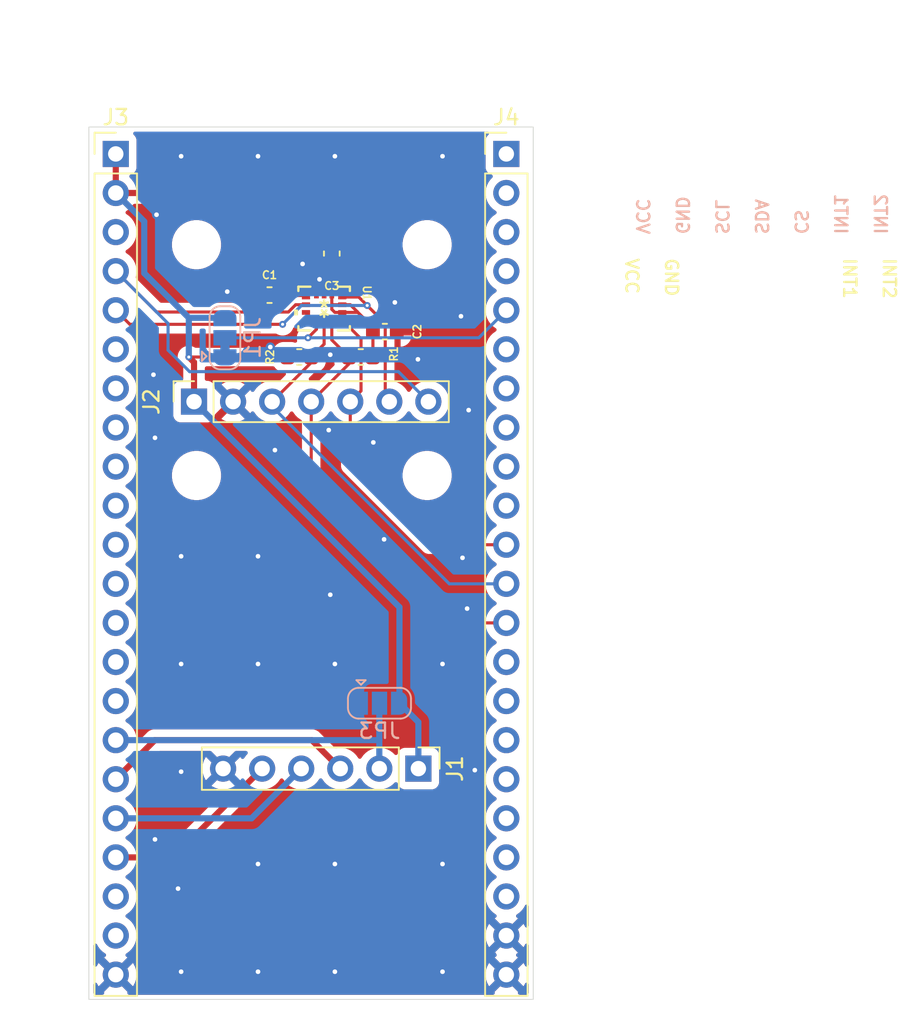
<source format=kicad_pcb>
(kicad_pcb (version 20241229) (generator "pcbnew") (generator_version "9.0")
  (layers (0 "F.Cu" signal) (2 "B.Cu" power) (13 "F.Paste" user) (15 "B.Paste" user) (5 "F.SilkS" user "F.Silkscreen") (7 "B.SilkS" user "B.Silkscreen") (1 "F.Mask" user) (3 "B.Mask" user) (25 "Edge.Cuts" user))
  (net 0 "")
  (net 1 "GND")
  (net 2 "VCC")
  (net 3 "CS")
  (net 5 "MISO-SDCARD")
  (net 6 "INT2")
  (net 7 "INT1")
  (net 9 "CS-SDCARD")
  (net 10 "MOSI-SDCARD")
  (net 11 "CLK-SDCARD")
  (net 26 "SA0{slash}MISO")
  (net 31 "SDA{slash}MOSI")
  (net 37 "SCL{slash}CLK")
  (footprint "asm330:LGA-14L_2P5X3X0P83_STM" (layer "F.Cu") (at 136.3 44.9 180)
    (property "Reference" "U1" (at -2.784449 1.000001 270) (layer "F.SilkS") (effects (font (size 0.5 0.5) (thickness 0.1) (bold yes))))
    (property "Value" "ASM330LHH")
    (fp_line (start 1.6764 1.4224) (end 1.6764 1.144182) (stroke (width 0.1524)) (layer "F.SilkS"))
    (fp_line (start 1.6764 -1.144182) (end 1.6764 -1.4224) (stroke (width 0.1524)) (layer "F.SilkS"))
    (fp_line (start 1.6764 -1.4224) (end 0.89418 -1.4224) (stroke (width 0.1524)) (layer "F.SilkS"))
    (fp_line (start 0.89418 1.4224) (end 1.6764 1.4224) (stroke (width 0.1524)) (layer "F.SilkS"))
    (fp_line (start -0.89418 -1.4224) (end -1.6764 -1.4224) (stroke (width 0.1524)) (layer "F.SilkS"))
    (fp_line (start -1.6764 1.4224) (end -0.89418 1.4224) (stroke (width 0.1524)) (layer "F.SilkS"))
    (fp_line (start -1.6764 1.144182) (end -1.6764 1.4224) (stroke (width 0.1524)) (layer "F.SilkS"))
    (fp_line (start -1.6764 -1.4224) (end -1.6764 -1.144182) (stroke (width 0.1524)) (layer "F.SilkS"))
    (fp_poly (pts (xy 1.9558 -0.4405) (xy 1.9558 -0.059499) (xy 1.7018 -0.059499) (xy 1.7018 -0.4405)) (fill yes) (layer "F.SilkS"))
    (fp_text user "*" (at 0 0 180) (layer "F.SilkS"))
    (fp_text user "*" (at 0 0 0) (layer "F.SilkS"))
    (pad "1" smd rect (at -1.1811 -0.750001 270) (size 0.3048 0.5334) (layers "F.Cu" "F.Mask" "F.Paste") (net 26 "SA0{slash}MISO"))
    (pad "2" smd rect (at -1.1811 -0.25 270) (size 0.3048 0.5334) (layers "F.Cu" "F.Mask" "F.Paste") (net 2 "VCC"))
    (pad "3" smd rect (at -1.1811 0.25 270) (size 0.3048 0.5334) (layers "F.Cu" "F.Mask" "F.Paste") (net 2 "VCC"))
    (pad "4" smd rect (at -1.1811 0.750001 270) (size 0.3048 0.5334) (layers "F.Cu" "F.Mask" "F.Paste") (net 7 "INT1"))
    (pad "5" smd rect (at -0.499999 0.9271 180) (size 0.3048 0.5334) (layers "F.Cu" "F.Mask" "F.Paste") (net 2 "VCC"))
    (pad "6" smd rect (at 0 0.9271 180) (size 0.3048 0.5334) (layers "F.Cu" "F.Mask" "F.Paste") (net 1 "GND"))
    (pad "7" smd rect (at 0.499999 0.9271 180) (size 0.3048 0.5334) (layers "F.Cu" "F.Mask" "F.Paste") (net 1 "GND"))
    (pad "8" smd rect (at 1.1811 0.750001 270) (size 0.3048 0.5334) (layers "F.Cu" "F.Mask" "F.Paste") (net 2 "VCC"))
    (pad "9" smd rect (at 1.1811 0.25 270) (size 0.3048 0.5334) (layers "F.Cu" "F.Mask" "F.Paste") (net 6 "INT2"))
    (pad "10" smd rect (at 1.1811 -0.25 270) (size 0.3048 0.5334) (layers "F.Cu" "F.Mask" "F.Paste"))
    (pad "11" smd rect (at 1.1811 -0.750001 270) (size 0.3048 0.5334) (layers "F.Cu" "F.Mask" "F.Paste"))
    (pad "12" smd rect (at 0.499999 -0.9271 180) (size 0.3048 0.5334) (layers "F.Cu" "F.Mask" "F.Paste") (net 3 "CS"))
    (pad "13" smd rect (at 0 -0.9271 180) (size 0.3048 0.5334) (layers "F.Cu" "F.Mask" "F.Paste") (net 37 "SCL{slash}CLK"))
    (pad "14" smd rect (at -0.499999 -0.9271 180) (size 0.3048 0.5334) (layers "F.Cu" "F.Mask" "F.Paste") (net 31 "SDA{slash}MOSI"))
  )
  (footprint "Connector_PinSocket_2.54mm:PinSocket_1x07_P2.54mm_Vertical" (layer "F.Cu") (at 127.84 50.95 90)
    (property "Reference" "J2" (at 0 -2.77 90) (layer "F.SilkS"))
    (property "Value" "Conn_01x07_Pin")
    (fp_line (start 1.33 -1.33) (end 1.33 0) (stroke (width 0.12)) (layer "F.SilkS"))
    (fp_line (start 0 -1.33) (end 1.33 -1.33) (stroke (width 0.12)) (layer "F.SilkS"))
    (fp_line (start 1.33 1.27) (end 1.33 16.57) (stroke (width 0.12)) (layer "F.SilkS"))
    (fp_line (start -1.33 1.27) (end 1.33 1.27) (stroke (width 0.12)) (layer "F.SilkS"))
    (fp_line (start -1.33 1.27) (end -1.33 16.57) (stroke (width 0.12)) (layer "F.SilkS"))
    (fp_line (start -1.33 16.57) (end 1.33 16.57) (stroke (width 0.12)) (layer "F.SilkS"))
    (pad "1" thru_hole rect (at 0 0 90) (size 1.7 1.7) (drill 1) (layers "*.Cu" "*.Mask") (net 2 "VCC"))
    (pad "2" thru_hole circle (at 0 2.54 90) (size 1.7 1.7) (drill 1) (layers "*.Cu" "*.Mask") (net 1 "GND"))
    (pad "3" thru_hole circle (at 0 5.08 90) (size 1.7 1.7) (drill 1) (layers "*.Cu" "*.Mask") (net 37 "SCL{slash}CLK"))
    (pad "4" thru_hole circle (at 0 7.62 90) (size 1.7 1.7) (drill 1) (layers "*.Cu" "*.Mask") (net 31 "SDA{slash}MOSI"))
    (pad "5" thru_hole circle (at 0 10.16 90) (size 1.7 1.7) (drill 1) (layers "*.Cu" "*.Mask") (net 26 "SA0{slash}MISO"))
    (pad "6" thru_hole circle (at 0 12.7 90) (size 1.7 1.7) (drill 1) (layers "*.Cu" "*.Mask") (net 7 "INT1"))
    (pad "7" thru_hole circle (at 0 15.24 90) (size 1.7 1.7) (drill 1) (layers "*.Cu" "*.Mask") (net 6 "INT2"))
  )
  (footprint "Capacitor_SMD:C_0603_1608Metric" (layer "F.Cu") (at 136.8 41.325 90)
    (property "Reference" "C3" (at -2.1 0 0) (layer "F.SilkS") (effects (font (size 0.5 0.5) (thickness 0.1) (bold yes))))
    (property "Value" "100nF")
    (fp_line (start -0.14058 -0.51) (end 0.14058 -0.51) (stroke (width 0.12)) (layer "F.SilkS"))
    (fp_line (start -0.14058 0.51) (end 0.14058 0.51) (stroke (width 0.12)) (layer "F.SilkS"))
    (pad "1" smd roundrect (at -0.775 0 90) (size 0.9 0.95) (layers "F.Cu" "F.Mask" "F.Paste") (net 2 "VCC"))
    (pad "2" smd roundrect (at 0.775 0 90) (size 0.9 0.95) (layers "F.Cu" "F.Mask" "F.Paste") (net 1 "GND"))
  )
  (footprint "MountingHole:MountingHole_2.7mm" (layer "F.Cu") (at 143 40.75)
    (property "Reference" "H1" (hide yes))
    (property "Value" "MountingHole")
    (pad "" np_thru_hole circle (at 0 0) (size 2.7 2.7) (drill 2.7) (layers "*.Cu" "*.Mask"))
  )
  (footprint "MountingHole:MountingHole_2.7mm" (layer "F.Cu") (at 128 40.75)
    (property "Reference" "H3" (hide yes))
    (property "Value" "MountingHole")
    (pad "" np_thru_hole circle (at 0 0) (size 2.7 2.7) (drill 2.7) (layers "*.Cu" "*.Mask"))
  )
  (footprint "MountingHole:MountingHole_2.7mm" (layer "F.Cu") (at 128 55.75)
    (property "Reference" "H2" (hide yes))
    (property "Value" "MountingHole")
    (pad "" np_thru_hole circle (at 0 0) (size 2.7 2.7) (drill 2.7) (layers "*.Cu" "*.Mask"))
  )
  (footprint "Capacitor_SMD:C_0603_1608Metric" (layer "F.Cu") (at 140.25 46.4)
    (property "Reference" "C2" (at 2.109449 -0.000001 90) (layer "F.SilkS") (effects (font (size 0.5 0.5) (thickness 0.1) (bold yes))))
    (property "Value" "10uF")
    (fp_line (start -0.14058 -0.51) (end 0.14058 -0.51) (stroke (width 0.12)) (layer "F.SilkS"))
    (fp_line (start -0.14058 0.51) (end 0.14058 0.51) (stroke (width 0.12)) (layer "F.SilkS"))
    (pad "1" smd roundrect (at -0.775 0) (size 0.9 0.95) (layers "F.Cu" "F.Mask" "F.Paste") (net 2 "VCC"))
    (pad "2" smd roundrect (at 0.775 0) (size 0.9 0.95) (layers "F.Cu" "F.Mask" "F.Paste") (net 1 "GND"))
  )
  (footprint "Connector_PinHeader_2.54mm:PinHeader_1x06_P2.54mm_Vertical" (layer "F.Cu") (at 142.43 74.8 -90)
    (property "Reference" "J1" (at 0 -2.38 90) (layer "F.SilkS"))
    (property "Value" "Conn_01x06_Pin")
    (fp_line (start -1.38 14.08) (end 1.38 14.08) (stroke (width 0.12)) (layer "F.SilkS"))
    (fp_line (start -1.38 1.27) (end -1.38 14.08) (stroke (width 0.12)) (layer "F.SilkS"))
    (fp_line (start -1.38 1.27) (end 1.38 1.27) (stroke (width 0.12)) (layer "F.SilkS"))
    (fp_line (start 1.38 1.27) (end 1.38 14.08) (stroke (width 0.12)) (layer "F.SilkS"))
    (fp_line (start -1.38 0) (end -1.38 -1.38) (stroke (width 0.12)) (layer "F.SilkS"))
    (fp_line (start -1.38 -1.38) (end 0 -1.38) (stroke (width 0.12)) (layer "F.SilkS"))
    (pad "1" thru_hole rect (at 0 0 270) (size 1.7 1.7) (drill 1) (layers "*.Cu" "*.Mask") (net 2 "VCC"))
    (pad "2" thru_hole circle (at 0 2.54 270) (size 1.7 1.7) (drill 1) (layers "*.Cu" "*.Mask") (net 9 "CS-SDCARD"))
    (pad "3" thru_hole circle (at 0 5.08 270) (size 1.7 1.7) (drill 1) (layers "*.Cu" "*.Mask") (net 10 "MOSI-SDCARD"))
    (pad "4" thru_hole circle (at 0 7.62 270) (size 1.7 1.7) (drill 1) (layers "*.Cu" "*.Mask") (net 11 "CLK-SDCARD"))
    (pad "5" thru_hole circle (at 0 10.16 270) (size 1.7 1.7) (drill 1) (layers "*.Cu" "*.Mask") (net 5 "MISO-SDCARD"))
    (pad "6" thru_hole circle (at 0 12.7 270) (size 1.7 1.7) (drill 1) (layers "*.Cu" "*.Mask") (net 1 "GND"))
  )
  (footprint "Capacitor_SMD:C_0603_1608Metric" (layer "F.Cu") (at 132.75 44.025 180)
    (property "Reference" "C1" (at 0 1.3 0) (layer "F.SilkS") (effects (font (size 0.5 0.5) (thickness 0.1) (bold yes))))
    (property "Value" "100nF")
    (fp_line (start -0.14058 0.51) (end 0.14058 0.51) (stroke (width 0.12)) (layer "F.SilkS"))
    (fp_line (start -0.14058 -0.51) (end 0.14058 -0.51) (stroke (width 0.12)) (layer "F.SilkS"))
    (pad "1" smd roundrect (at -0.775 0 180) (size 0.9 0.95) (layers "F.Cu" "F.Mask" "F.Paste") (net 2 "VCC"))
    (pad "2" smd roundrect (at 0.775 0 180) (size 0.9 0.95) (layers "F.Cu" "F.Mask" "F.Paste") (net 1 "GND"))
  )
  (footprint "Capacitor_SMD:C_0603_1608Metric" (layer "F.Cu") (at 138.684449 48.049999 180)
    (property "Reference" "R1" (at -2.15 0.2 90) (layer "F.SilkS") (effects (font (size 0.5 0.5) (thickness 0.1) (bold yes))))
    (property "Value" "10k")
    (fp_line (start -0.14058 0.51) (end 0.14058 0.51) (stroke (width 0.12)) (layer "F.SilkS"))
    (fp_line (start -0.14058 -0.51) (end 0.14058 -0.51) (stroke (width 0.12)) (layer "F.SilkS"))
    (pad "1" smd roundrect (at -0.775 0 180) (size 0.9 0.95) (layers "F.Cu" "F.Mask" "F.Paste") (net 2 "VCC"))
    (pad "2" smd roundrect (at 0.775 0 180) (size 0.9 0.95) (layers "F.Cu" "F.Mask" "F.Paste") (net 31 "SDA{slash}MOSI"))
  )
  (footprint "Connector_PinHeader_2.54mm:PinHeader_1x22_P2.54mm_Vertical" (layer "F.Cu") (at 122.75 34.85)
    (property "Reference" "J3" (at 0 -2.38 0) (layer "F.SilkS"))
    (property "Value" "Conn_01x22_Socket")
    (fp_line (start -1.38 -1.38) (end 0 -1.38) (stroke (width 0.12)) (layer "F.SilkS"))
    (fp_line (start -1.38 0) (end -1.38 -1.38) (stroke (width 0.12)) (layer "F.SilkS"))
    (fp_line (start -1.38 1.27) (end -1.38 54.72) (stroke (width 0.12)) (layer "F.SilkS"))
    (fp_line (start -1.38 1.27) (end 1.38 1.27) (stroke (width 0.12)) (layer "F.SilkS"))
    (fp_line (start -1.38 54.72) (end 1.38 54.72) (stroke (width 0.12)) (layer "F.SilkS"))
    (fp_line (start 1.38 1.27) (end 1.38 54.72) (stroke (width 0.12)) (layer "F.SilkS"))
    (pad "1" thru_hole rect (at 0 0) (size 1.7 1.7) (drill 1) (layers "*.Cu" "*.Mask") (net 2 "VCC"))
    (pad "2" thru_hole circle (at 0 2.54) (size 1.7 1.7) (drill 1) (layers "*.Cu" "*.Mask") (net 2 "VCC"))
    (pad "3" thru_hole circle (at 0 5.08) (size 1.7 1.7) (drill 1) (layers "*.Cu" "*.Mask"))
    (pad "4" thru_hole circle (at 0 7.62) (size 1.7 1.7) (drill 1) (layers "*.Cu" "*.Mask") (net 6 "INT2"))
    (pad "5" thru_hole circle (at 0 10.16) (size 1.7 1.7) (drill 1) (layers "*.Cu" "*.Mask") (net 7 "INT1"))
    (pad "6" thru_hole circle (at 0 12.7) (size 1.7 1.7) (drill 1) (layers "*.Cu" "*.Mask"))
    (pad "7" thru_hole circle (at 0 15.24) (size 1.7 1.7) (drill 1) (layers "*.Cu" "*.Mask"))
    (pad "8" thru_hole circle (at 0 17.78) (size 1.7 1.7) (drill 1) (layers "*.Cu" "*.Mask"))
    (pad "9" thru_hole circle (at 0 20.32) (size 1.7 1.7) (drill 1) (layers "*.Cu" "*.Mask"))
    (pad "10" thru_hole circle (at 0 22.86) (size 1.7 1.7) (drill 1) (layers "*.Cu" "*.Mask"))
    (pad "11" thru_hole circle (at 0 25.4) (size 1.7 1.7) (drill 1) (layers "*.Cu" "*.Mask"))
    (pad "12" thru_hole circle (at 0 27.94) (size 1.7 1.7) (drill 1) (layers "*.Cu" "*.Mask"))
    (pad "13" thru_hole circle (at 0 30.48) (size 1.7 1.7) (drill 1) (layers "*.Cu" "*.Mask"))
    (pad "14" thru_hole circle (at 0 33.02) (size 1.7 1.7) (drill 1) (layers "*.Cu" "*.Mask"))
    (pad "15" thru_hole circle (at 0 35.56) (size 1.7 1.7) (drill 1) (layers "*.Cu" "*.Mask"))
    (pad "16" thru_hole circle (at 0 38.1) (size 1.7 1.7) (drill 1) (layers "*.Cu" "*.Mask") (net 9 "CS-SDCARD"))
    (pad "17" thru_hole circle (at 0 40.64) (size 1.7 1.7) (drill 1) (layers "*.Cu" "*.Mask") (net 10 "MOSI-SDCARD"))
    (pad "18" thru_hole circle (at 0 43.18) (size 1.7 1.7) (drill 1) (layers "*.Cu" "*.Mask") (net 11 "CLK-SDCARD"))
    (pad "19" thru_hole circle (at 0 45.72) (size 1.7 1.7) (drill 1) (layers "*.Cu" "*.Mask") (net 5 "MISO-SDCARD"))
    (pad "20" thru_hole circle (at 0 48.26) (size 1.7 1.7) (drill 1) (layers "*.Cu" "*.Mask"))
    (pad "21" thru_hole circle (at 0 50.8) (size 1.7 1.7) (drill 1) (layers "*.Cu" "*.Mask"))
    (pad "22" thru_hole circle (at 0 53.34) (size 1.7 1.7) (drill 1) (layers "*.Cu" "*.Mask") (net 1 "GND"))
  )
  (footprint "Capacitor_SMD:C_0603_1608Metric" (layer "F.Cu") (at 134.684449 48.049999)
    (property "Reference" "R2" (at -1.9 0 90) (layer "F.SilkS") (effects (font (size 0.5 0.5) (thickness 0.1) (bold yes))))
    (property "Value" "10k")
    (fp_line (start -0.14058 -0.51) (end 0.14058 -0.51) (stroke (width 0.12)) (layer "F.SilkS"))
    (fp_line (start -0.14058 0.51) (end 0.14058 0.51) (stroke (width 0.12)) (layer "F.SilkS"))
    (pad "1" smd roundrect (at -0.775 0) (size 0.9 0.95) (layers "F.Cu" "F.Mask" "F.Paste") (net 2 "VCC"))
    (pad "2" smd roundrect (at 0.775 0) (size 0.9 0.95) (layers "F.Cu" "F.Mask" "F.Paste") (net 37 "SCL{slash}CLK"))
  )
  (footprint "MountingHole:MountingHole_2.7mm" (layer "F.Cu") (at 143 55.75)
    (property "Reference" "H4" (hide yes))
    (property "Value" "MountingHole")
    (pad "" np_thru_hole circle (at 0 0) (size 2.7 2.7) (drill 2.7) (layers "*.Cu" "*.Mask"))
  )
  (footprint "Connector_PinHeader_2.54mm:PinHeader_1x22_P2.54mm_Vertical" (layer "F.Cu") (at 148.15 34.85)
    (property "Reference" "J4" (at 0 -2.38 0) (layer "F.SilkS"))
    (property "Value" "Conn_01x22_Socket")
    (fp_line (start -1.38 -1.38) (end 0 -1.38) (stroke (width 0.12)) (layer "F.SilkS"))
    (fp_line (start -1.38 0) (end -1.38 -1.38) (stroke (width 0.12)) (layer "F.SilkS"))
    (fp_line (start -1.38 1.27) (end -1.38 54.72) (stroke (width 0.12)) (layer "F.SilkS"))
    (fp_line (start -1.38 1.27) (end 1.38 1.27) (stroke (width 0.12)) (layer "F.SilkS"))
    (fp_line (start -1.38 54.72) (end 1.38 54.72) (stroke (width 0.12)) (layer "F.SilkS"))
    (fp_line (start 1.38 1.27) (end 1.38 54.72) (stroke (width 0.12)) (layer "F.SilkS"))
    (pad "1" thru_hole rect (at 0 0) (size 1.7 1.7) (drill 1) (layers "*.Cu" "*.Mask"))
    (pad "2" thru_hole circle (at 0 2.54) (size 1.7 1.7) (drill 1) (layers "*.Cu" "*.Mask"))
    (pad "3" thru_hole circle (at 0 5.08) (size 1.7 1.7) (drill 1) (layers "*.Cu" "*.Mask"))
    (pad "4" thru_hole circle (at 0 7.62) (size 1.7 1.7) (drill 1) (layers "*.Cu" "*.Mask"))
    (pad "5" thru_hole circle (at 0 10.16) (size 1.7 1.7) (drill 1) (layers "*.Cu" "*.Mask") (net 3 "CS"))
    (pad "6" thru_hole circle (at 0 12.7) (size 1.7 1.7) (drill 1) (layers "*.Cu" "*.Mask"))
    (pad "7" thru_hole circle (at 0 15.24) (size 1.7 1.7) (drill 1) (layers "*.Cu" "*.Mask"))
    (pad "8" thru_hole circle (at 0 17.78) (size 1.7 1.7) (drill 1) (layers "*.Cu" "*.Mask"))
    (pad "9" thru_hole circle (at 0 20.32) (size 1.7 1.7) (drill 1) (layers "*.Cu" "*.Mask"))
    (pad "10" thru_hole circle (at 0 22.86) (size 1.7 1.7) (drill 1) (layers "*.Cu" "*.Mask"))
    (pad "11" thru_hole circle (at 0 25.4) (size 1.7 1.7) (drill 1) (layers "*.Cu" "*.Mask") (net 26 "SA0{slash}MISO"))
    (pad "12" thru_hole circle (at 0 27.94) (size 1.7 1.7) (drill 1) (layers "*.Cu" "*.Mask") (net 37 "SCL{slash}CLK"))
    (pad "13" thru_hole circle (at 0 30.48) (size 1.7 1.7) (drill 1) (layers "*.Cu" "*.Mask") (net 31 "SDA{slash}MOSI"))
    (pad "14" thru_hole circle (at 0 33.02) (size 1.7 1.7) (drill 1) (layers "*.Cu" "*.Mask"))
    (pad "15" thru_hole circle (at 0 35.56) (size 1.7 1.7) (drill 1) (layers "*.Cu" "*.Mask"))
    (pad "16" thru_hole circle (at 0 38.1) (size 1.7 1.7) (drill 1) (layers "*.Cu" "*.Mask"))
    (pad "17" thru_hole circle (at 0 40.64) (size 1.7 1.7) (drill 1) (layers "*.Cu" "*.Mask"))
    (pad "18" thru_hole circle (at 0 43.18) (size 1.7 1.7) (drill 1) (layers "*.Cu" "*.Mask"))
    (pad "19" thru_hole circle (at 0 45.72) (size 1.7 1.7) (drill 1) (layers "*.Cu" "*.Mask"))
    (pad "20" thru_hole circle (at 0 48.26) (size 1.7 1.7) (drill 1) (layers "*.Cu" "*.Mask"))
    (pad "21" thru_hole circle (at 0 50.8) (size 1.7 1.7) (drill 1) (layers "*.Cu" "*.Mask") (net 1 "GND"))
    (pad "22" thru_hole circle (at 0 53.34) (size 1.7 1.7) (drill 1) (layers "*.Cu" "*.Mask") (net 1 "GND"))
  )
  (footprint "Jumper:SolderJumper-3_P1.3mm_Bridged12_RoundedPad1.0x1.5mm" (layer "B.Cu") (at 129.85 46.8 90)
    (property "Reference" "JP1" (at 0 1.8 90) (layer "B.SilkS") (effects (justify mirror)))
    (property "Value" "SolderJumper_3_Bridged12")
    (fp_poly (pts (xy -0.9 0.3) (xy -0.4 0.3) (xy -0.4 -0.3) (xy -0.9 -0.3)) (fill yes) (layer "B.Cu"))
    (fp_line (start -1.5 -1.5) (end -0.9 -1.5) (stroke (width 0.12)) (layer "B.SilkS"))
    (fp_line (start -1.2 -1.2) (end -0.9 -1.5) (stroke (width 0.12)) (layer "B.SilkS"))
    (fp_line (start -1.2 -1.2) (end -1.5 -1.5) (stroke (width 0.12)) (layer "B.SilkS"))
    (fp_line (start 1.4 -1) (end -1.4 -1) (stroke (width 0.12)) (layer "B.SilkS"))
    (fp_line (start -2.05 -0.3) (end -2.05 0.3) (stroke (width 0.12)) (layer "B.SilkS"))
    (fp_line (start 2.05 0.3) (end 2.05 -0.3) (stroke (width 0.12)) (layer "B.SilkS"))
    (fp_line (start -1.4 1) (end 1.4 1) (stroke (width 0.12)) (layer "B.SilkS"))
    (fp_arc (start 1.35 -1) (mid 1.844975 -0.794975) (end 2.05 -0.3) (stroke (width 0.12)) (layer "B.SilkS"))
    (fp_arc (start -2.05 -0.3) (mid -1.844975 -0.794975) (end -1.35 -1) (stroke (width 0.12)) (layer "B.SilkS"))
    (fp_arc (start 2.05 0.3) (mid 1.844975 0.794975) (end 1.35 1) (stroke (width 0.12)) (layer "B.SilkS"))
    (fp_arc (start -1.35 1) (mid -1.844975 0.794975) (end -2.05 0.3) (stroke (width 0.12)) (layer "B.SilkS"))
    (pad "1" smd custom (at -1.3 0 90) (size 1 0.5) (layers "B.Cu" "B.Mask") (net 1 "GND") (options (clearance outline) (anchor rect)) (primitives (gr_circle (center 0 -0.25) (end 0.5 -0.25) (width 0) (fill yes)) (gr_circle (center 0 0.25) (end 0.5 0.25) (width 0) (fill yes)) (gr_poly (pts (xy 0.55 -0.75) (xy 0 -0.75) (xy 0 0.75) (xy 0.55 0.75)) (width 0) (fill yes))))
    (pad "2" smd rect (at 0 0 90) (size 1 1.5) (layers "B.Cu" "B.Mask") (net 3 "CS"))
    (pad "3" smd custom (at 1.3 0 90) (size 1 0.5) (layers "B.Cu" "B.Mask") (net 2 "VCC") (options (clearance outline) (anchor rect)) (primitives (gr_circle (center 0 -0.25) (end 0.5 -0.25) (width 0) (fill yes)) (gr_circle (center 0 0.25) (end 0.5 0.25) (width 0) (fill yes)) (gr_poly (pts (xy 0 -0.75) (xy -0.55 -0.75) (xy -0.55 0.75) (xy 0 0.75)) (width 0) (fill yes))))
  )
  (footprint "Jumper:SolderJumper-3_P1.3mm_Open_RoundedPad1.0x1.5mm" (layer "B.Cu") (at 139.9 70.55)
    (property "Reference" "JP3" (at 0 1.8 180) (layer "B.SilkS") (effects (justify mirror)))
    (property "Value" "SolderJumper_3_Open")
    (fp_line (start -2.05 -0.3) (end -2.05 0.3) (stroke (width 0.12)) (layer "B.SilkS"))
    (fp_line (start -1.5 -1.5) (end -0.9 -1.5) (stroke (width 0.12)) (layer "B.SilkS"))
    (fp_line (start -1.4 1) (end 1.4 1) (stroke (width 0.12)) (layer "B.SilkS"))
    (fp_line (start -1.2 -1.2) (end -1.5 -1.5) (stroke (width 0.12)) (layer "B.SilkS"))
    (fp_line (start -1.2 -1.2) (end -0.9 -1.5) (stroke (width 0.12)) (layer "B.SilkS"))
    (fp_line (start 1.4 -1) (end -1.4 -1) (stroke (width 0.12)) (layer "B.SilkS"))
    (fp_line (start 2.05 0.3) (end 2.05 -0.3) (stroke (width 0.12)) (layer "B.SilkS"))
    (fp_arc (start -2.05 -0.3) (mid -1.844975 -0.794975) (end -1.35 -1) (stroke (width 0.12)) (layer "B.SilkS"))
    (fp_arc (start -1.35 1) (mid -1.844975 0.794975) (end -2.05 0.3) (stroke (width 0.12)) (layer "B.SilkS"))
    (fp_arc (start 1.35 -1) (mid 1.844975 -0.794975) (end 2.05 -0.3) (stroke (width 0.12)) (layer "B.SilkS"))
    (fp_arc (start 2.05 0.3) (mid 1.844975 0.794975) (end 1.35 1) (stroke (width 0.12)) (layer "B.SilkS"))
    (pad "1" smd custom (at -1.3 0) (size 1 0.5) (layers "B.Cu" "B.Mask") (net 1 "GND") (options (clearance outline) (anchor rect)) (primitives (gr_circle (center 0 -0.25) (end 0.5 -0.25) (width 0) (fill yes)) (gr_circle (center 0 0.25) (end 0.5 0.25) (width 0) (fill yes)) (gr_poly (pts (xy 0.55 -0.75) (xy 0 -0.75) (xy 0 0.75) (xy 0.55 0.75)) (width 0) (fill yes))))
    (pad "2" smd rect (at 0 0) (size 1 1.5) (layers "B.Cu" "B.Mask") (net 9 "CS-SDCARD"))
    (pad "3" smd custom (at 1.3 0) (size 1 0.5) (layers "B.Cu" "B.Mask") (net 2 "VCC") (options (clearance outline) (anchor rect)) (primitives (gr_circle (center 0 -0.25) (end 0.5 -0.25) (width 0) (fill yes)) (gr_circle (center 0 0.25) (end 0.5 0.25) (width 0) (fill yes)) (gr_poly (pts (xy 0 -0.75) (xy -0.55 -0.75) (xy -0.55 0.75) (xy 0 0.75)) (width 0) (fill yes))))
  )
  (gr_rect (start 121 33.1) (end 149.9 89.8) (stroke (width 0.05)) (fill no) (layer "Edge.Cuts"))
  (gr_text "INT2\n\nINT1\n\n\n\n\n\n\n\n\nGND\n\nVCC" (at 155.85 41.55 270) (layer "F.SilkS") (effects (font (size 0.8 0.8) (thickness 0.15) (bold yes)) (justify left bottom)))
  (gr_text "INT2\n\nINT1\n\nCS\n\nSDA\n\nSCL\n\nGND\n\nVCC" (at 156.55 40.15 270) (layer "B.SilkS") (effects (font (size 0.8 0.8) (thickness 0.15) (bold yes)) (justify left bottom mirror)))
  (segment (start 136.3 43.9729) (end 136.1 43.9729) (width 0.2) (layer "F.Cu") (net 1))
  (segment (start 136.1 43.9729) (end 135.800001 43.9729) (width 0.2) (layer "F.Cu") (net 1))
  (segment (start 136 43.8729) (end 136.1 43.9729) (width 0.2) (layer "F.Cu") (net 1))
  (segment (start 136 43) (end 136 43.8729) (width 0.2) (layer "F.Cu") (net 1))
  (via (at 132.8 47.4) (size 0.6) (drill 0.3) (layers "F.Cu" "B.Cu") (net 1))
  (via (at 145.6 64.4) (size 0.6) (drill 0.3) (layers "F.Cu" "B.Cu") (net 1))
  (via (at 137 88) (size 0.6) (drill 0.3) (layers "F.Cu" "B.Cu") (net 1))
  (via (at 125.4 38.8) (size 0.6) (drill 0.3) (layers "F.Cu" "B.Cu") (net 1))
  (via (at 144 35) (size 0.6) (drill 0.3) (layers "F.Cu" "B.Cu") (net 1))
  (via (at 132 35) (size 0.6) (drill 0.3) (layers "F.Cu" "B.Cu") (net 1))
  (via (at 127 68) (size 0.6) (drill 0.3) (layers "F.Cu" "B.Cu") (net 1))
  (via (at 140.2 59.9) (size 0.6) (drill 0.3) (layers "F.Cu" "B.Cu") (net 1))
  (via (at 132 68) (size 0.6) (drill 0.3) (layers "F.Cu" "B.Cu") (net 1))
  (via (at 137 81) (size 0.6) (drill 0.3) (layers "F.Cu" "B.Cu") (net 1))
  (via (at 130 43.8) (size 0.6) (drill 0.3) (layers "F.Cu" "B.Cu") (net 1))
  (via (at 127 88) (size 0.6) (drill 0.3) (layers "F.Cu" "B.Cu") (net 1))
  (via (at 132 81) (size 0.6) (drill 0.3) (layers "F.Cu" "B.Cu") (net 1))
  (via (at 144 68) (size 0.6) (drill 0.3) (layers "F.Cu" "B.Cu") (net 1))
  (via (at 127 35) (size 0.6) (drill 0.3) (layers "F.Cu" "B.Cu") (net 1))
  (via (at 132 88) (size 0.6) (drill 0.3) (layers "F.Cu" "B.Cu") (net 1))
  (via (at 139.5 53.6) (size 0.6) (drill 0.3) (layers "F.Cu" "B.Cu") (net 1))
  (via (at 146.1 74.9) (size 0.6) (drill 0.3) (layers "F.Cu" "B.Cu") (net 1))
  (via (at 132 61) (size 0.6) (drill 0.3) (layers "F.Cu" "B.Cu") (net 1))
  (via (at 140.9 44.5) (size 0.6) (drill 0.3) (layers "F.Cu" "B.Cu") (net 1))
  (via (at 125.2 49.2) (size 0.6) (drill 0.3) (layers "F.Cu" "B.Cu") (net 1))
  (via (at 137 35) (size 0.6) (drill 0.3) (layers "F.Cu" "B.Cu") (net 1))
  (via (at 136 43) (size 0.6) (drill 0.3) (layers "F.Cu" "B.Cu") (net 1))
  (via (at 127 61) (size 0.6) (drill 0.3) (layers "F.Cu" "B.Cu") (net 1))
  (via (at 136.7 47.9) (size 0.6) (drill 0.3) (layers "F.Cu" "B.Cu") (net 1))
  (via (at 125.3 53.3) (size 0.6) (drill 0.3) (layers "F.Cu" "B.Cu") (net 1))
  (via (at 136.7 63.5) (size 0.6) (drill 0.3) (layers "F.Cu" "B.Cu") (net 1))
  (via (at 133.1 54.1) (size 0.6) (drill 0.3) (layers "F.Cu" "B.Cu") (net 1))
  (via (at 125.3 79.4) (size 0.6) (drill 0.3) (layers "F.Cu" "B.Cu") (net 1))
  (via (at 126.8 82.6) (size 0.6) (drill 0.3) (layers "F.Cu" "B.Cu") (net 1))
  (via (at 137 68) (size 0.6) (drill 0.3) (layers "F.Cu" "B.Cu") (net 1))
  (via (at 142.4 48.2) (size 0.6) (drill 0.3) (layers "F.Cu" "B.Cu") (net 1))
  (via (at 145.3 61.1) (size 0.6) (drill 0.3) (layers "F.Cu" "B.Cu") (net 1))
  (via (at 144 88) (size 0.6) (drill 0.3) (layers "F.Cu" "B.Cu") (net 1))
  (via (at 127 75) (size 0.6) (drill 0.3) (layers "F.Cu" "B.Cu") (net 1))
  (via (at 144 81) (size 0.6) (drill 0.3) (layers "F.Cu" "B.Cu") (net 1))
  (via (at 145.7 51.5) (size 0.6) (drill 0.3) (layers "F.Cu" "B.Cu") (net 1))
  (via (at 136.6 52.8) (size 0.6) (drill 0.3) (layers "F.Cu" "B.Cu") (net 1))
  (via (at 134.9 42) (size 0.6) (drill 0.3) (layers "F.Cu" "B.Cu") (net 1))
  (via (at 145.2 45.4) (size 0.6) (drill 0.3) (layers "F.Cu" "B.Cu") (net 1))
  (segment (start 139.475 46.4) (end 139.475 46.125) (width 0.2) (layer "F.Cu") (net 2))
  (segment (start 137.4811 45.15) (end 138.45 45.15) (width 0.2) (layer "F.Cu") (net 2))
  (segment (start 136.799999 44.65) (end 136.799999 43.9729) (width 0.2) (layer "F.Cu") (net 2))
  (segment (start 136.8 42.1) (end 136.799999 43.9729) (width 0.2) (layer "F.Cu") (net 2))
  (segment (start 127.6 48.05) (end 127.600001 48.049999) (width 0.2) (layer "F.Cu") (net 2))
  (segment (start 138.45 45.15) (end 138.45 45.1) (width 0.2) (layer "F.Cu") (net 2))
  (segment (start 127.600001 48.049999) (end 133.909449 48.049999) (width 0.2) (layer "F.Cu") (net 2))
  (segment (start 137.4811 45.15) (end 137 45.15) (width 0.2) (layer "F.Cu") (net 2))
  (segment (start 136 42.1) (end 136.8 42.1) (width 0.2) (layer "F.Cu") (net 2))
  (segment (start 135.1189 42.9811) (end 136 42.1) (width 0.2) (layer "F.Cu") (net 2))
  (segment (start 133.549999 40.824999) (end 130.115 37.39) (width 0.4) (layer "F.Cu") (net 2))
  (segment (start 139.475 46.4) (end 139.475 48.034448) (width 0.2) (layer "F.Cu") (net 2))
  (segment (start 127.84 50.95) (end 127.84 48.39) (width 0.4) (layer "F.Cu") (net 2))
  (segment (start 133.549999 44.0521) (end 135.021001 44.0521) (width 0.2) (layer "F.Cu") (net 2))
  (segment (start 135.021001 44.0521) (end 135.1189 44.149999) (width 0.2) (layer "F.Cu") (net 2))
  (segment (start 127.5 48.05) (end 127.6 48.05) (width 0.2) (layer "F.Cu") (net 2))
  (segment (start 138.45 45.1) (end 138 44.65) (width 0.2) (layer "F.Cu") (net 2))
  (segment (start 127.84 48.39) (end 127.5 48.05) (width 0.4) (layer "F.Cu") (net 2))
  (segment (start 130.115 37.39) (end 122.75 37.39) (width 0.4) (layer "F.Cu") (net 2))
  (segment (start 139.475 48.034448) (end 139.459449 48.049999) (width 0.2) (layer "F.Cu") (net 2))
  (segment (start 136.799999 44.949999) (end 136.799999 44.65) (width 0.2) (layer "F.Cu") (net 2))
  (segment (start 139.475 46.125) (end 138.45 45.1) (width 0.2) (layer "F.Cu") (net 2))
  (segment (start 122.75 34.85) (end 122.75 37.39) (width 0.4) (layer "F.Cu") (net 2))
  (segment (start 137.4811 44.65) (end 136.799999 44.65) (width 0.2) (layer "F.Cu") (net 2))
  (segment (start 137 45.15) (end 136.799999 44.949999) (width 0.2) (layer "F.Cu") (net 2))
  (segment (start 135.1189 44.149999) (end 135.1189 42.9811) (width 0.2) (layer "F.Cu") (net 2))
  (segment (start 133.549999 40.824999) (end 133.549999 44.0521) (width 0.4) (layer "F.Cu") (net 2))
  (segment (start 138 44.65) (end 137.4811 44.65) (width 0.2) (layer "F.Cu") (net 2))
  (via (at 127.5 48.05) (size 0.45) (drill 0.2) (layers "F.Cu" "B.Cu") (net 2))
  (segment (start 141.2 64.31) (end 141.2 70.55) (width 0.4) (layer "B.Cu") (net 2))
  (segment (start 127.5 45.5) (end 127.5 48.05) (width 0.4) (layer "B.Cu") (net 2))
  (segment (start 129.85 45.5) (end 127.5 45.5) (width 0.4) (layer "B.Cu") (net 2))
  (segment (start 124.6 39.24) (end 124.6 42.6) (width 0.4) (layer "B.Cu") (net 2))
  (segment (start 142.43 71.78) (end 141.2 70.55) (width 0.4) (layer "B.Cu") (net 2))
  (segment (start 127.84 50.95) (end 141.2 64.31) (width 0.4) (layer "B.Cu") (net 2))
  (segment (start 124.6 42.6) (end 127.5 45.5) (width 0.4) (layer "B.Cu") (net 2))
  (segment (start 122.75 37.39) (end 124.6 39.24) (width 0.4) (layer "B.Cu") (net 2))
  (segment (start 142.43 74.8) (end 142.43 71.78) (width 0.4) (layer "B.Cu") (net 2))
  (segment (start 142.43 74.8) (end 142.45 74.78) (width 0.4) (layer "B.Cu") (net 2))
  (segment (start 135.800001 45.8271) (end 135.800001 46.249999) (width 0.2) (layer "F.Cu") (net 3))
  (segment (start 135.800001 46.249999) (end 135.25 46.8) (width 0.2) (layer "F.Cu") (net 3))
  (via (at 135.25 46.8) (size 0.45) (drill 0.2) (layers "F.Cu" "B.Cu") (net 3))
  (segment (start 135.25 46.8) (end 146.36 46.8) (width 0.2) (layer "B.Cu") (net 3))
  (segment (start 129.9 46.8) (end 129.85 46.85) (width 0.2) (layer "B.Cu") (net 3))
  (segment (start 135.25 46.8) (end 129.9 46.8) (width 0.2) (layer "B.Cu") (net 3))
  (segment (start 146.36 46.8) (end 148.15 45.01) (width 0.2) (layer "B.Cu") (net 3))
  (segment (start 132.27 74.8) (end 126.5 80.57) (width 0.4) (layer "F.Cu") (net 5))
  (segment (start 126.5 80.57) (end 122.75 80.57) (width 0.4) (layer "F.Cu") (net 5))
  (segment (start 135.1189 44.65) (end 134.45 44.65) (width 0.2) (layer "F.Cu") (net 6))
  (segment (start 134.45 44.65) (end 133.975 45.125) (width 0.2) (layer "F.Cu") (net 6))
  (segment (start 133.975 45.125) (end 125.405 45.125) (width 0.2) (layer "F.Cu") (net 6))
  (segment (start 125.405 45.125) (end 122.75 42.47) (width 0.2) (layer "F.Cu") (net 6))
  (segment (start 141.13 49) (end 127.55 49) (width 0.2) (layer "B.Cu") (net 6))
  (segment (start 127.55 49) (end 126.15 47.6) (width 0.2) (layer "B.Cu") (net 6))
  (segment (start 126.15 47.6) (end 126.15 45.87) (width 0.2) (layer "B.Cu") (net 6))
  (segment (start 126.15 45.87) (end 122.75 42.47) (width 0.2) (layer "B.Cu") (net 6))
  (segment (start 143.08 50.95) (end 141.13 49) (width 0.2) (layer "B.Cu") (net 6))
  (segment (start 140.54 50.95) (end 140.274 50.684) (width 0.2) (layer "F.Cu") (net 7))
  (segment (start 140.274 50.684) (end 140.274 45.874) (width 0.2) (layer "F.Cu") (net 7))
  (segment (start 133.6 45.925) (end 123.665 45.925) (width 0.2) (layer "F.Cu") (net 7))
  (segment (start 123.665 45.925) (end 122.75 45.01) (width 0.2) (layer "F.Cu") (net 7))
  (segment (start 137.4811 44.149999) (end 138.549999 44.149999) (width 0.2) (layer "F.Cu") (net 7))
  (segment (start 138.549999 44.149999) (end 139.1 44.7) (width 0.2) (layer "F.Cu") (net 7))
  (segment (start 140.274 45.874) (end 139.1 44.7) (width 0.2) (layer "F.Cu") (net 7))
  (via (at 133.6 45.925) (size 0.45) (drill 0.2) (layers "F.Cu" "B.Cu") (net 7))
  (via (at 139.1 44.7) (size 0.45) (drill 0.2) (layers "F.Cu" "B.Cu") (net 7))
  (segment (start 122.765 45.025) (end 122.75 45.01) (width 0.2) (layer "B.Cu") (net 7))
  (segment (start 139.1 44.7) (end 134.825 44.7) (width 0.2) (layer "B.Cu") (net 7))
  (segment (start 134.825 44.7) (end 133.6 45.925) (width 0.2) (layer "B.Cu") (net 7))
  (segment (start 139.1 44.7) (end 139.094 44.694) (width 0.2) (layer "B.Cu") (net 7))
  (segment (start 139.89 74.8) (end 139.89 72.95) (width 0.4) (layer "B.Cu") (net 9))
  (segment (start 122.75 72.95) (end 139.89 72.95) (width 0.4) (layer "B.Cu") (net 9))
  (segment (start 139.89 72.95) (end 139.89 70.69) (width 0.4) (layer "B.Cu") (net 9))
  (segment (start 135.5 72.95) (end 137.35 74.8) (width 0.4) (layer "F.Cu") (net 10))
  (segment (start 122.75 75.49) (end 125.29 72.95) (width 0.4) (layer "F.Cu") (net 10))
  (segment (start 125.29 72.95) (end 135.5 72.95) (width 0.4) (layer "F.Cu") (net 10))
  (segment (start 134.81 74.8) (end 131.58 78.03) (width 0.4) (layer "B.Cu") (net 11))
  (segment (start 131.58 78.03) (end 122.75 78.03) (width 0.4) (layer "B.Cu") (net 11))
  (segment (start 137.4811 45.650001) (end 138.7 46.868901) (width 0.2) (layer "F.Cu") (net 26))
  (segment (start 148.15 60.25) (end 143.15 60.25) (width 0.2) (layer "F.Cu") (net 26))
  (segment (start 138.7 46.868901) (end 138.7 50.25) (width 0.2) (layer "F.Cu") (net 26))
  (segment (start 138.7 50.25) (end 138 50.95) (width 0.2) (layer "F.Cu") (net 26))
  (segment (start 143.15 60.25) (end 138 55.1) (width 0.2) (layer "F.Cu") (net 26))
  (segment (start 138 55.1) (end 138 50.95) (width 0.2) (layer "F.Cu") (net 26))
  (segment (start 136.799999 45.8271) (end 136.799999 46.940549) (width 0.2) (layer "F.Cu") (net 31))
  (segment (start 144.63 65.33) (end 148.15 65.33) (width 0.2) (layer "F.Cu") (net 31))
  (segment (start 135.46 50.95) (end 135.46 56.16) (width 0.2) (layer "F.Cu") (net 31))
  (segment (start 135.46 50.95) (end 137.909449 48.500551) (width 0.2) (layer "F.Cu") (net 31))
  (segment (start 136.799999 46.940549) (end 137.909449 48.049999) (width 0.2) (layer "F.Cu") (net 31))
  (segment (start 135.46 56.16) (end 144.63 65.33) (width 0.2) (layer "F.Cu") (net 31))
  (segment (start 137.909449 48.500551) (end 137.909449 48.049999) (width 0.2) (layer "F.Cu") (net 31))
  (segment (start 135.459449 48.049999) (end 135.459449 48.410551) (width 0.2) (layer "F.Cu") (net 37))
  (segment (start 136.3 47.209448) (end 135.459449 48.049999) (width 0.2) (layer "F.Cu") (net 37))
  (segment (start 135.459449 48.410551) (end 132.92 50.95) (width 0.2) (layer "F.Cu") (net 37))
  (segment (start 136.3 45.8271) (end 136.3 47.209448) (width 0.2) (layer "F.Cu") (net 37))
  (segment (start 148.15 62.79) (end 144.44 62.79) (width 0.2) (layer "B.Cu") (net 37))
  (segment (start 132.92 51.27) (end 132.92 50.95) (width 0.2) (layer "B.Cu") (net 37))
  (segment (start 144.44 62.79) (end 132.92 51.27) (width 0.2) (layer "B.Cu") (net 37))
  (zone (net 1) (net_name "GND") (layers "F.Cu" "B.Cu") (connect_pads (clearance 0.5)) (min_thickness 0.25) (fill yes (thermal_gap 0.5) (thermal_bridge_width 0.5))
    (polygon (pts (xy 121 33.1) (xy 149.9 33.1) (xy 149.9 89.8) (xy 121 89.8)))
  )
)
</source>
